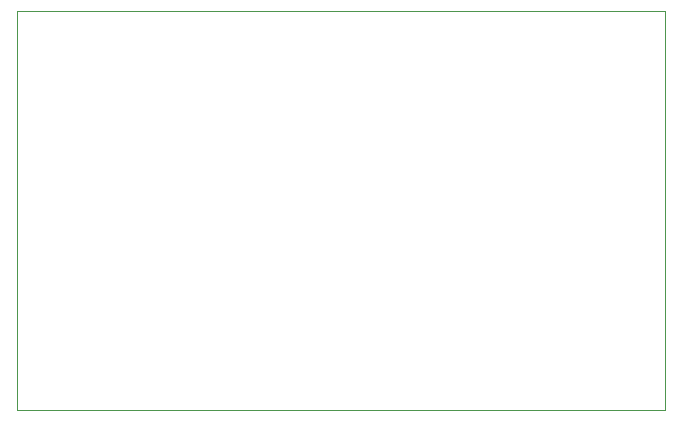
<source format=gbr>
G04 #@! TF.GenerationSoftware,KiCad,Pcbnew,(5.1.2)-2*
G04 #@! TF.CreationDate,2019-07-18T09:27:17+08:00*
G04 #@! TF.ProjectId,single_AM_eval_board,73696e67-6c65-45f4-914d-5f6576616c5f,rev?*
G04 #@! TF.SameCoordinates,Original*
G04 #@! TF.FileFunction,Profile,NP*
%FSLAX46Y46*%
G04 Gerber Fmt 4.6, Leading zero omitted, Abs format (unit mm)*
G04 Created by KiCad (PCBNEW (5.1.2)-2) date 2019-07-18 09:27:17*
%MOMM*%
%LPD*%
G04 APERTURE LIST*
%ADD10C,0.100000*%
G04 APERTURE END LIST*
D10*
X150876000Y-121412000D02*
X96012000Y-121412000D01*
X150876000Y-155257500D02*
X150876000Y-121412000D01*
X96012000Y-155257500D02*
X150876000Y-155257500D01*
X96012000Y-121412000D02*
X96012000Y-155257500D01*
M02*

</source>
